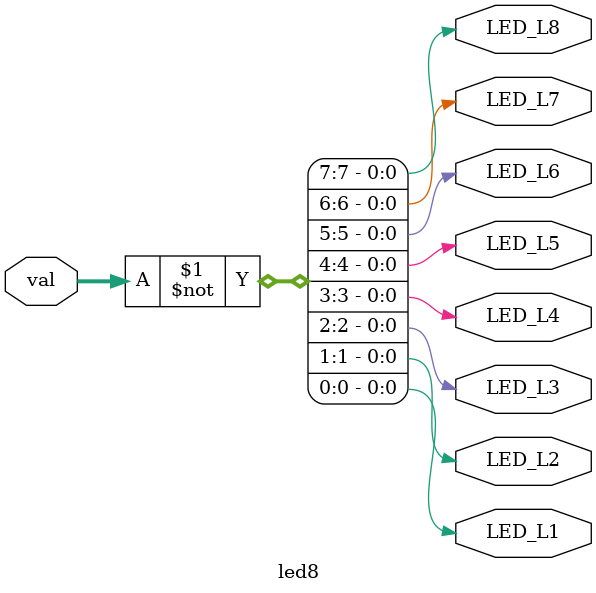
<source format=v>
module led8 (
    input  [7:0] val,
    output LED_L1,
    output LED_L2,
    output LED_L3,
    output LED_L4,
    output LED_L5,
    output LED_L6,
    output LED_L7,
    output LED_L8
);
    // MSB on LED_L8, LSB on LED_L1
    assign {
        LED_L8,
        LED_L7,
        LED_L6,
        LED_L5,
        LED_L4,
        LED_L3,
        LED_L2,
        LED_L1
    } = ~val;
endmodule

</source>
